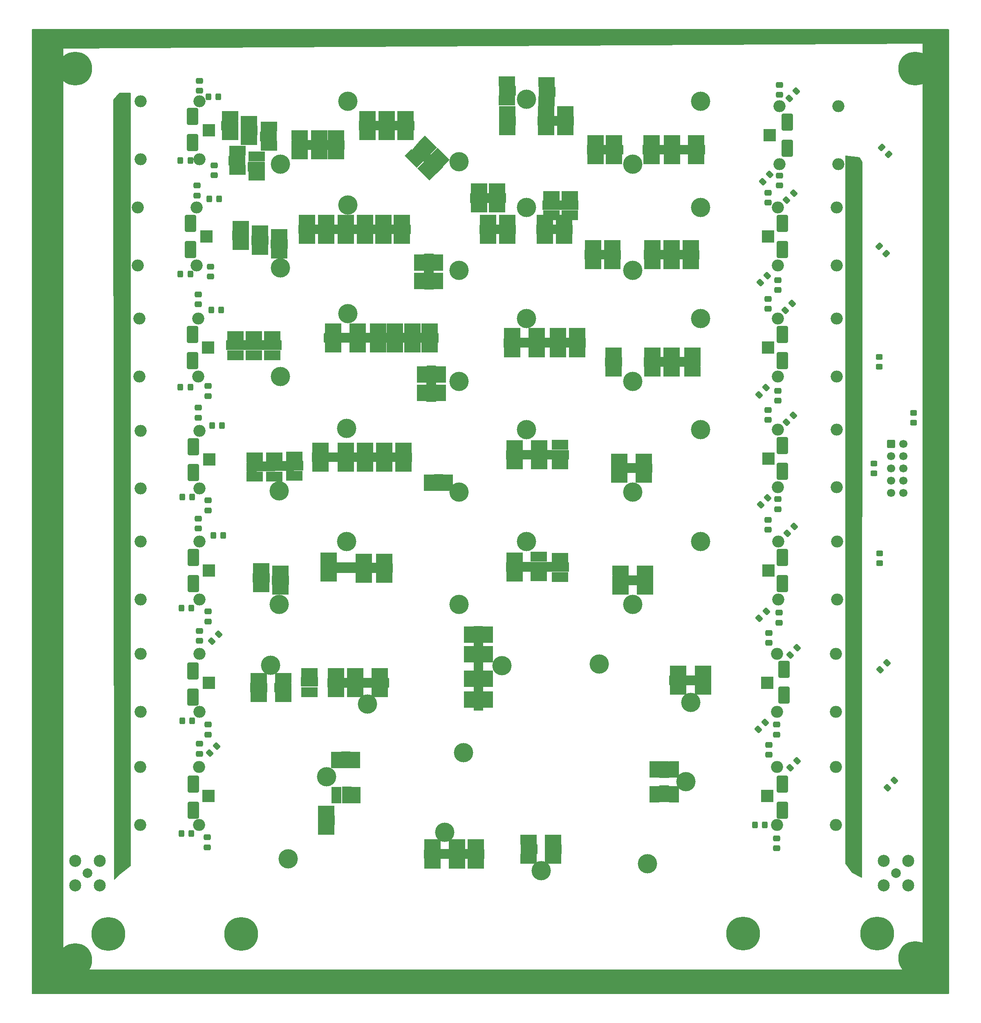
<source format=gbs>
G04 #@! TF.GenerationSoftware,KiCad,Pcbnew,8.0.4*
G04 #@! TF.CreationDate,2024-11-18T14:28:34+01:00*
G04 #@! TF.ProjectId,Zolotarev,5a6f6c6f-7461-4726-9576-2e6b69636164,rev?*
G04 #@! TF.SameCoordinates,Original*
G04 #@! TF.FileFunction,Soldermask,Bot*
G04 #@! TF.FilePolarity,Negative*
%FSLAX46Y46*%
G04 Gerber Fmt 4.6, Leading zero omitted, Abs format (unit mm)*
G04 Created by KiCad (PCBNEW 8.0.4) date 2024-11-18 14:28:34*
%MOMM*%
%LPD*%
G01*
G04 APERTURE LIST*
G04 Aperture macros list*
%AMRoundRect*
0 Rectangle with rounded corners*
0 $1 Rounding radius*
0 $2 $3 $4 $5 $6 $7 $8 $9 X,Y pos of 4 corners*
0 Add a 4 corners polygon primitive as box body*
4,1,4,$2,$3,$4,$5,$6,$7,$8,$9,$2,$3,0*
0 Add four circle primitives for the rounded corners*
1,1,$1+$1,$2,$3*
1,1,$1+$1,$4,$5*
1,1,$1+$1,$6,$7*
1,1,$1+$1,$8,$9*
0 Add four rect primitives between the rounded corners*
20,1,$1+$1,$2,$3,$4,$5,0*
20,1,$1+$1,$4,$5,$6,$7,0*
20,1,$1+$1,$6,$7,$8,$9,0*
20,1,$1+$1,$8,$9,$2,$3,0*%
%AMRotRect*
0 Rectangle, with rotation*
0 The origin of the aperture is its center*
0 $1 length*
0 $2 width*
0 $3 Rotation angle, in degrees counterclockwise*
0 Add horizontal line*
21,1,$1,$2,0,0,$3*%
G04 Aperture macros list end*
%ADD10C,0.800000*%
%ADD11C,7.000000*%
%ADD12R,2.500000X2.500000*%
%ADD13O,2.500000X2.500000*%
%ADD14C,4.000000*%
%ADD15C,1.998980*%
%ADD16C,2.499360*%
%ADD17RoundRect,0.250000X-0.600000X-0.600000X0.600000X-0.600000X0.600000X0.600000X-0.600000X0.600000X0*%
%ADD18C,1.700000*%
%ADD19R,3.500000X2.000000*%
%ADD20RoundRect,0.250000X-0.900000X1.500000X-0.900000X-1.500000X0.900000X-1.500000X0.900000X1.500000X0*%
%ADD21RoundRect,0.250000X0.900000X-1.500000X0.900000X1.500000X-0.900000X1.500000X-0.900000X-1.500000X0*%
%ADD22RoundRect,0.250000X0.088388X-0.548008X0.548008X-0.088388X-0.088388X0.548008X-0.548008X0.088388X0*%
%ADD23RoundRect,0.250000X0.475000X-0.337500X0.475000X0.337500X-0.475000X0.337500X-0.475000X-0.337500X0*%
%ADD24RoundRect,0.250000X-0.088388X0.548008X-0.548008X0.088388X0.088388X-0.548008X0.548008X-0.088388X0*%
%ADD25RoundRect,0.250000X-0.475000X0.337500X-0.475000X-0.337500X0.475000X-0.337500X0.475000X0.337500X0*%
%ADD26RoundRect,0.250000X-0.325000X-0.450000X0.325000X-0.450000X0.325000X0.450000X-0.325000X0.450000X0*%
%ADD27R,2.000000X3.500000*%
%ADD28RoundRect,0.250000X-0.450000X0.325000X-0.450000X-0.325000X0.450000X-0.325000X0.450000X0.325000X0*%
%ADD29RoundRect,0.250000X-0.548008X-0.088388X-0.088388X-0.548008X0.548008X0.088388X0.088388X0.548008X0*%
%ADD30RotRect,2.000000X3.500000X225.000000*%
%ADD31RoundRect,0.250000X0.548008X0.088388X0.088388X0.548008X-0.548008X-0.088388X-0.088388X-0.548008X0*%
%ADD32RoundRect,0.250000X0.450000X-0.325000X0.450000X0.325000X-0.450000X0.325000X-0.450000X-0.325000X0*%
G04 APERTURE END LIST*
D10*
X23250000Y-212625000D03*
X24018845Y-210768845D03*
X24018845Y-214481155D03*
X25875000Y-210000000D03*
D11*
X25875000Y-212625000D03*
D10*
X25875000Y-215250000D03*
X27731155Y-210768845D03*
X27731155Y-214481155D03*
X28500000Y-212625000D03*
X154750000Y-212500000D03*
X155518845Y-210643845D03*
X155518845Y-214356155D03*
X157375000Y-209875000D03*
D11*
X157375000Y-212500000D03*
D10*
X157375000Y-215125000D03*
X159231155Y-210643845D03*
X159231155Y-214356155D03*
X160000000Y-212500000D03*
X182500000Y-212500000D03*
X183268845Y-210643845D03*
X183268845Y-214356155D03*
X185125000Y-209875000D03*
D11*
X185125000Y-212500000D03*
D10*
X185125000Y-215125000D03*
X186981155Y-210643845D03*
X186981155Y-214356155D03*
X187750000Y-212500000D03*
X50750000Y-212625000D03*
X51518845Y-210768845D03*
X51518845Y-214481155D03*
X53375000Y-210000000D03*
D11*
X53375000Y-212625000D03*
D10*
X53375000Y-215250000D03*
X55231155Y-210768845D03*
X55231155Y-214481155D03*
X56000000Y-212625000D03*
D12*
X46500000Y-91000000D03*
D13*
X44500000Y-85000000D03*
X32300000Y-85000000D03*
X32300000Y-97000000D03*
X44500000Y-97000000D03*
D12*
X162550000Y-114000000D03*
D13*
X164550000Y-120000000D03*
X176750000Y-120000000D03*
X176750000Y-108000000D03*
X164550000Y-108000000D03*
D14*
X134500000Y-121000000D03*
X148500000Y-108000000D03*
D12*
X162500000Y-91000000D03*
D13*
X164500000Y-97000000D03*
X176700000Y-97000000D03*
X176700000Y-85000000D03*
X164500000Y-85000000D03*
D12*
X46700000Y-137250000D03*
D13*
X44700000Y-131250000D03*
X32500000Y-131250000D03*
X32500000Y-143250000D03*
X44700000Y-143250000D03*
D12*
X46627500Y-184000000D03*
D13*
X44627500Y-178000000D03*
X32427500Y-178000000D03*
X32427500Y-190000000D03*
X44627500Y-190000000D03*
D12*
X46700000Y-46000000D03*
D13*
X44700000Y-40000000D03*
X32500000Y-40000000D03*
X32500000Y-52000000D03*
X44700000Y-52000000D03*
D15*
X21540000Y-199960000D03*
D16*
X19000000Y-197420000D03*
X19000000Y-202500000D03*
X24080000Y-197420000D03*
X24080000Y-202500000D03*
D14*
X98500000Y-75000000D03*
X112500000Y-62000000D03*
X134500000Y-144250000D03*
X148500000Y-131250000D03*
X61250000Y-144250000D03*
X75250000Y-131250000D03*
D12*
X162622500Y-137250000D03*
D13*
X164622500Y-143250000D03*
X176822500Y-143250000D03*
X176822500Y-131250000D03*
X164622500Y-131250000D03*
D14*
X134500000Y-53000000D03*
X148500000Y-40000000D03*
X146500000Y-164595000D03*
X127500000Y-156595000D03*
D12*
X46127500Y-68000000D03*
D13*
X44127500Y-62000000D03*
X31927500Y-62000000D03*
X31927500Y-74000000D03*
X44127500Y-74000000D03*
D14*
X61500000Y-97000000D03*
X75500000Y-84000000D03*
D10*
X16375000Y-218000000D03*
X17143845Y-216143845D03*
X17143845Y-219856155D03*
X19000000Y-215375000D03*
D11*
X19000000Y-218000000D03*
D10*
X19000000Y-220625000D03*
X20856155Y-216143845D03*
X20856155Y-219856155D03*
X21625000Y-218000000D03*
D14*
X145500000Y-181000000D03*
X137500000Y-198000000D03*
X98500000Y-144250000D03*
X112500000Y-131250000D03*
X71095000Y-179973458D03*
X63095000Y-196973458D03*
X98500000Y-121000000D03*
X112500000Y-108000000D03*
X61500000Y-53000000D03*
X75500000Y-40000000D03*
D12*
X46700000Y-160500000D03*
D13*
X44700000Y-154500000D03*
X32500000Y-154500000D03*
X32500000Y-166500000D03*
X44700000Y-166500000D03*
D12*
X162500000Y-68000000D03*
D13*
X164500000Y-74000000D03*
X176700000Y-74000000D03*
X176700000Y-62000000D03*
X164500000Y-62000000D03*
D14*
X59500000Y-156905000D03*
X79500000Y-164905000D03*
X61250000Y-120750000D03*
X75250000Y-107750000D03*
D10*
X190375000Y-33143845D03*
X191143845Y-31287690D03*
X191143845Y-35000000D03*
X193000000Y-30518845D03*
D11*
X193000000Y-33143845D03*
D10*
X193000000Y-35768845D03*
X194856155Y-31287690D03*
X194856155Y-35000000D03*
X195625000Y-33143845D03*
D14*
X98500000Y-98000000D03*
X112500000Y-85000000D03*
X99405000Y-175000000D03*
X107405000Y-157000000D03*
D12*
X162872500Y-47000000D03*
D13*
X164872500Y-53000000D03*
X177072500Y-53000000D03*
X177072500Y-41000000D03*
X164872500Y-41000000D03*
D14*
X134500000Y-75000000D03*
X148500000Y-62000000D03*
D10*
X190375000Y-217625000D03*
X191143845Y-215768845D03*
X191143845Y-219481155D03*
X193000000Y-215000000D03*
D11*
X193000000Y-217625000D03*
D10*
X193000000Y-220250000D03*
X194856155Y-215768845D03*
X194856155Y-219481155D03*
X195625000Y-217625000D03*
D12*
X162372500Y-160500000D03*
D13*
X164372500Y-166500000D03*
X176572500Y-166500000D03*
X176572500Y-154500000D03*
X164372500Y-154500000D03*
D12*
X46750000Y-114250000D03*
D13*
X44750000Y-108250000D03*
X32550000Y-108250000D03*
X32550000Y-120250000D03*
X44750000Y-120250000D03*
D17*
X187960000Y-111000000D03*
D18*
X190500000Y-111000000D03*
X187960000Y-113540000D03*
X190500000Y-113540000D03*
X187960000Y-116080000D03*
X190500000Y-116080000D03*
X187960000Y-118620000D03*
X190500000Y-118620000D03*
X187960000Y-121160000D03*
X190500000Y-121160000D03*
D14*
X61500000Y-74500000D03*
X75500000Y-61500000D03*
D10*
X16375000Y-33143845D03*
X17143845Y-31287690D03*
X17143845Y-35000000D03*
X19000000Y-30518845D03*
D11*
X19000000Y-33143845D03*
D10*
X19000000Y-35768845D03*
X20856155Y-31287690D03*
X20856155Y-35000000D03*
X21625000Y-33143845D03*
D14*
X134500000Y-98000000D03*
X148500000Y-85000000D03*
D15*
X189000000Y-200000000D03*
D16*
X186460000Y-197460000D03*
X186460000Y-202540000D03*
X191540000Y-197460000D03*
X191540000Y-202540000D03*
D14*
X95500000Y-191500000D03*
X115500000Y-199500000D03*
D12*
X162372500Y-184000000D03*
D13*
X164372500Y-190000000D03*
X176572500Y-190000000D03*
X176572500Y-178000000D03*
X164372500Y-178000000D03*
D14*
X98500000Y-52500000D03*
X112500000Y-39500000D03*
D19*
X82096000Y-162500000D03*
X82096000Y-158500000D03*
D20*
X165800000Y-157700000D03*
X165800000Y-163100000D03*
D21*
X43300000Y-48500000D03*
X43300000Y-43100000D03*
D22*
X47275216Y-151924784D03*
X48724784Y-150475216D03*
D19*
X102600000Y-62000000D03*
X102600000Y-58000000D03*
X62096000Y-159500000D03*
X62096000Y-163500000D03*
D23*
X44500000Y-82075000D03*
X44500000Y-80000000D03*
D19*
X69500000Y-51000000D03*
X69500000Y-47000000D03*
X88800000Y-87000000D03*
X88800000Y-91000000D03*
D22*
X46875216Y-175124784D03*
X48324784Y-173675216D03*
D19*
X108500000Y-64500000D03*
X108500000Y-68500000D03*
X61500000Y-141250000D03*
X61500000Y-137250000D03*
X72404000Y-91000000D03*
X72404000Y-87000000D03*
X116500000Y-42000000D03*
X116500000Y-46000000D03*
D24*
X168524784Y-153275216D03*
X167075216Y-154724784D03*
D19*
X142500000Y-73750000D03*
X142500000Y-69750000D03*
D23*
X162500000Y-83000000D03*
X162500000Y-80925000D03*
D21*
X43500000Y-186900000D03*
X43500000Y-181500000D03*
D23*
X164900000Y-38637500D03*
X164900000Y-36562500D03*
D25*
X164900000Y-55362500D03*
X164900000Y-57437500D03*
D19*
X147600000Y-52000000D03*
X147600000Y-48000000D03*
D26*
X47575000Y-130000000D03*
X49625000Y-130000000D03*
D19*
X69750000Y-115750000D03*
X69750000Y-111750000D03*
X93000000Y-194000000D03*
X93000000Y-198000000D03*
D26*
X40775000Y-99200000D03*
X42825000Y-99200000D03*
D19*
X142500000Y-96000000D03*
X142500000Y-92000000D03*
D25*
X164500000Y-99962500D03*
X164500000Y-102037500D03*
D20*
X165500000Y-134550000D03*
X165500000Y-139950000D03*
D19*
X112904000Y-197000000D03*
X112904000Y-193000000D03*
X138500000Y-73750000D03*
X138500000Y-69750000D03*
X143904000Y-162000000D03*
X143904000Y-158000000D03*
X67500000Y-158500000D03*
X67500000Y-162500000D03*
X57000000Y-159500000D03*
X57000000Y-163500000D03*
D23*
X44750000Y-37787500D03*
X44750000Y-35712500D03*
D25*
X164500000Y-122462500D03*
X164500000Y-124537500D03*
D20*
X165500000Y-65300000D03*
X165500000Y-70700000D03*
X165500000Y-88300000D03*
X165500000Y-93700000D03*
D25*
X46300000Y-192562500D03*
X46300000Y-194637500D03*
D27*
X73000000Y-176500000D03*
X77000000Y-176500000D03*
D26*
X40775000Y-75800000D03*
X42825000Y-75800000D03*
D27*
X143000000Y-178500000D03*
X139000000Y-178500000D03*
D25*
X46500000Y-169162500D03*
X46500000Y-171237500D03*
D19*
X79500000Y-43000000D03*
X79500000Y-47000000D03*
X59800000Y-92600000D03*
X59800000Y-88600000D03*
X77500000Y-91000000D03*
X77500000Y-87000000D03*
X82800000Y-64500000D03*
X82800000Y-68500000D03*
X104500000Y-64500000D03*
X104500000Y-68500000D03*
X51100000Y-47000000D03*
X51100000Y-43000000D03*
D23*
X44500000Y-105537500D03*
X44500000Y-103462500D03*
D19*
X92400000Y-87000000D03*
X92400000Y-91000000D03*
D27*
X96200000Y-119000000D03*
X92199998Y-119000000D03*
D22*
X160675216Y-147124784D03*
X162124784Y-145675216D03*
D24*
X167524784Y-81875216D03*
X166075216Y-83324784D03*
D23*
X162500000Y-60977500D03*
X162500000Y-58902500D03*
D28*
X185500000Y-92950000D03*
X185500000Y-95000000D03*
D19*
X65500000Y-51000000D03*
X65500000Y-47000000D03*
D26*
X46775000Y-60200000D03*
X48825000Y-60200000D03*
D25*
X46500000Y-99000000D03*
X46500000Y-101075000D03*
D19*
X61250000Y-71500000D03*
X61250000Y-67500000D03*
X77000000Y-162500000D03*
X77000000Y-158500000D03*
X85200000Y-87000000D03*
X85200000Y-91000000D03*
X55000000Y-48000000D03*
X55000000Y-44000000D03*
D23*
X162500000Y-106037500D03*
X162500000Y-103962500D03*
D19*
X86600000Y-64500000D03*
X86600000Y-68500000D03*
X79000000Y-64500000D03*
X79000000Y-68500000D03*
D24*
X167800000Y-59000000D03*
X166350432Y-60449568D03*
D19*
X120500000Y-42000000D03*
X120500000Y-46000000D03*
X83000000Y-111750000D03*
X83000000Y-115750000D03*
D22*
X161000000Y-123600000D03*
X162449568Y-122150432D03*
D19*
X115000000Y-134400000D03*
X115000000Y-138400000D03*
D22*
X161400000Y-56600000D03*
X162849568Y-55150432D03*
D19*
X109500000Y-88000000D03*
X109500000Y-92000000D03*
D27*
X94800000Y-100400000D03*
X90800000Y-100400000D03*
X143000000Y-183596000D03*
X139000000Y-183596000D03*
D19*
X75000000Y-111750000D03*
X75000000Y-115750000D03*
X130500000Y-96000000D03*
X130500000Y-92000000D03*
D25*
X46500000Y-122712500D03*
X46500000Y-124787500D03*
D19*
X83000000Y-134750000D03*
X83000000Y-138750000D03*
X117600000Y-63600000D03*
X117600000Y-59600000D03*
D26*
X41175000Y-122000000D03*
X43225000Y-122000000D03*
D19*
X67000000Y-68500000D03*
X67000000Y-64500000D03*
X83500000Y-43000000D03*
X83500000Y-47000000D03*
X118000000Y-197000000D03*
X118000000Y-193000000D03*
D24*
X167924784Y-128075216D03*
X166475216Y-129524784D03*
D19*
X137000000Y-141250000D03*
X137000000Y-137250000D03*
D27*
X94200000Y-73400000D03*
X90199998Y-73400000D03*
D19*
X71000000Y-68500000D03*
X71000000Y-64500000D03*
X146800000Y-96000000D03*
X146800000Y-92000000D03*
X98096000Y-194000000D03*
X98096000Y-198000000D03*
X73000000Y-51000000D03*
X73000000Y-47000000D03*
D24*
X168324784Y-37875216D03*
X166875216Y-39324784D03*
D27*
X104500000Y-164000000D03*
X100500000Y-164000000D03*
X73102000Y-183823000D03*
X77102000Y-183823000D03*
X104500000Y-154596000D03*
X100500000Y-154596000D03*
D19*
X64400000Y-117600000D03*
X64400000Y-113600000D03*
X119400000Y-134600000D03*
X119400000Y-138600000D03*
D25*
X164300000Y-169162500D03*
X164300000Y-171237500D03*
X164300000Y-192762500D03*
X164300000Y-194837500D03*
D19*
X56600000Y-51400000D03*
X56600000Y-55400000D03*
X119400000Y-111200000D03*
X119400000Y-115200000D03*
X56200000Y-117800000D03*
X56200000Y-113800000D03*
D29*
X185550432Y-70050432D03*
X187000000Y-71500000D03*
D19*
X149000000Y-162000000D03*
X149000000Y-158000000D03*
D24*
X167724784Y-105075216D03*
X166275216Y-106524784D03*
D19*
X73000000Y-162500000D03*
X73000000Y-158500000D03*
X59100000Y-49200000D03*
X59100000Y-45200000D03*
X121400000Y-63600000D03*
X121400000Y-59600000D03*
X126800000Y-52000000D03*
X126800000Y-48000000D03*
D21*
X43400000Y-163500000D03*
X43400000Y-158100000D03*
D19*
X110000000Y-134500000D03*
X110000000Y-138500000D03*
X115096000Y-111250000D03*
X115096000Y-115250000D03*
D26*
X40975000Y-145000000D03*
X43025000Y-145000000D03*
D22*
X160875216Y-77524784D03*
X162324784Y-76075216D03*
D19*
X71500000Y-138500000D03*
X71500000Y-134500000D03*
X52200000Y-92600000D03*
X52200000Y-88600000D03*
X116600000Y-40000000D03*
X116600000Y-36000000D03*
X119000000Y-88000000D03*
X119000000Y-92000000D03*
X78750000Y-134750000D03*
X78750000Y-138750000D03*
X138400000Y-52000000D03*
X138400000Y-48000000D03*
D25*
X164750000Y-145962500D03*
X164750000Y-148037500D03*
D23*
X162700000Y-175437500D03*
X162700000Y-173362500D03*
X44250000Y-59500000D03*
X44250000Y-57425000D03*
D19*
X87000000Y-111750000D03*
X87000000Y-115750000D03*
X126250000Y-73750000D03*
X126250000Y-69750000D03*
X75000000Y-68500000D03*
X75000000Y-64500000D03*
D21*
X42900000Y-70700000D03*
X42900000Y-65300000D03*
D19*
X106400000Y-62000000D03*
X106400000Y-58000000D03*
D30*
X94614214Y-51585786D03*
X91785786Y-54414214D03*
D23*
X44700000Y-175237500D03*
X44700000Y-173162500D03*
D19*
X130250000Y-73750000D03*
X130250000Y-69750000D03*
X60200000Y-117800000D03*
X60200000Y-113800000D03*
D20*
X166500000Y-44300000D03*
X166500000Y-49700000D03*
D19*
X131654000Y-118000000D03*
X131654000Y-114000000D03*
X138500000Y-96000000D03*
X138500000Y-92000000D03*
D31*
X187500000Y-51000000D03*
X186050432Y-49550432D03*
D23*
X162500000Y-128787500D03*
X162500000Y-126712500D03*
D26*
X159775000Y-190000000D03*
X161825000Y-190000000D03*
D19*
X52600000Y-50200000D03*
X52600000Y-54200000D03*
X116250000Y-64500000D03*
X116250000Y-68500000D03*
D20*
X165500000Y-111300000D03*
X165500000Y-116700000D03*
D19*
X108400000Y-39800000D03*
X108400000Y-35800000D03*
D26*
X40775000Y-52200000D03*
X42825000Y-52200000D03*
D24*
X188700000Y-180800000D03*
X187250432Y-182249568D03*
D25*
X46500000Y-145712500D03*
X46500000Y-147787500D03*
D26*
X47375000Y-107200000D03*
X49425000Y-107200000D03*
D19*
X57500000Y-140750000D03*
X57500000Y-136750000D03*
D32*
X185600000Y-135725000D03*
X185600000Y-133675000D03*
D19*
X110000000Y-111250000D03*
X110000000Y-115250000D03*
X102000000Y-194000000D03*
X102000000Y-198000000D03*
D23*
X162700000Y-152237500D03*
X162700000Y-150162500D03*
D22*
X185675216Y-157824784D03*
X187124784Y-156375216D03*
D19*
X57250000Y-70750000D03*
X57250000Y-66750000D03*
D22*
X160475216Y-170200000D03*
X161924784Y-168750432D03*
X160600000Y-100800000D03*
X162049568Y-99350432D03*
D23*
X44700000Y-151837500D03*
X44700000Y-149762500D03*
D19*
X130600000Y-52000000D03*
X130600000Y-48000000D03*
X53250000Y-69750000D03*
X53250000Y-65750000D03*
X120250000Y-64500000D03*
X120250000Y-68500000D03*
X79000000Y-111750000D03*
X79000000Y-115750000D03*
D24*
X168524784Y-176675216D03*
X167075216Y-178124784D03*
D21*
X43500000Y-139950000D03*
X43500000Y-134550000D03*
D20*
X165500000Y-181500000D03*
X165500000Y-186900000D03*
D21*
X43500000Y-116950000D03*
X43500000Y-111550000D03*
D32*
X192600000Y-106624999D03*
X192600000Y-104575001D03*
D26*
X46600000Y-39000000D03*
X48650000Y-39000000D03*
D28*
X184400000Y-115075000D03*
X184400000Y-117125000D03*
D26*
X40975000Y-191800000D03*
X43025000Y-191800000D03*
D19*
X131904000Y-141250000D03*
X131904000Y-137250000D03*
D21*
X43300000Y-93700000D03*
X43300000Y-88300000D03*
D19*
X146500000Y-73750000D03*
X146500000Y-69750000D03*
X142600000Y-52000000D03*
X142600000Y-48000000D03*
X108500000Y-42000000D03*
X108500000Y-46000000D03*
D30*
X92000000Y-49000000D03*
X89171572Y-51828428D03*
D27*
X94800001Y-96600000D03*
X90799999Y-96600000D03*
D25*
X164500000Y-77000000D03*
X164500000Y-79075000D03*
X47750000Y-53212500D03*
X47750000Y-55287500D03*
D27*
X94200000Y-77200000D03*
X90200000Y-77200000D03*
D23*
X44500000Y-128537500D03*
X44500000Y-126462500D03*
D19*
X114596000Y-88000000D03*
X114596000Y-92000000D03*
D26*
X47175000Y-83200000D03*
X49225000Y-83200000D03*
D19*
X81750000Y-87000000D03*
X81750000Y-91000000D03*
D26*
X41175000Y-168400000D03*
X43225000Y-168400000D03*
D19*
X123000000Y-88000000D03*
X123000000Y-92000000D03*
X56000000Y-92600000D03*
X56000000Y-88600000D03*
X87400000Y-43000000D03*
X87400000Y-47000000D03*
D27*
X104500000Y-150500000D03*
X100500000Y-150500000D03*
D19*
X136750000Y-118000000D03*
X136750000Y-114000000D03*
D27*
X104500000Y-159692000D03*
X100500000Y-159692000D03*
D25*
X47000000Y-74212500D03*
X47000000Y-76287500D03*
D19*
X71000000Y-187000000D03*
X71000000Y-191000000D03*
G36*
X16693039Y-25019685D02*
G01*
X16738794Y-25072489D01*
X16750000Y-25124000D01*
X16750000Y-28875289D01*
X16730315Y-28942328D01*
X16677511Y-28988083D01*
X16626697Y-28999287D01*
X16500000Y-28999999D01*
X16500000Y-220000000D01*
X194500000Y-220000000D01*
X194500000Y-27999999D01*
X194374696Y-28000703D01*
X194307547Y-27981395D01*
X194261497Y-27928849D01*
X194250000Y-27876705D01*
X194250000Y-25124000D01*
X194269685Y-25056961D01*
X194322489Y-25011206D01*
X194374000Y-25000000D01*
X199876000Y-25000000D01*
X199943039Y-25019685D01*
X199988794Y-25072489D01*
X200000000Y-25124000D01*
X200000000Y-224876000D01*
X199980315Y-224943039D01*
X199927511Y-224988794D01*
X199876000Y-225000000D01*
X10124000Y-225000000D01*
X10056961Y-224980315D01*
X10011206Y-224927511D01*
X10000000Y-224876000D01*
X10000000Y-25124000D01*
X10019685Y-25056961D01*
X10072489Y-25011206D01*
X10124000Y-25000000D01*
X16626000Y-25000000D01*
X16693039Y-25019685D01*
G37*
G36*
X194693039Y-25019685D02*
G01*
X194738794Y-25072489D01*
X194750000Y-25124000D01*
X194750000Y-27987789D01*
X194747617Y-28011982D01*
X194745617Y-28022036D01*
X194713231Y-28083946D01*
X194652515Y-28118520D01*
X194582746Y-28114779D01*
X194526074Y-28073912D01*
X194500493Y-28008894D01*
X194500100Y-28000099D01*
X194500000Y-27999999D01*
X16500000Y-28999999D01*
X16499410Y-29000592D01*
X16480315Y-29065624D01*
X16427511Y-29111379D01*
X16358353Y-29121323D01*
X16294797Y-29092298D01*
X16257023Y-29033520D01*
X16254520Y-29023458D01*
X16252520Y-29013690D01*
X16250000Y-28988817D01*
X16250000Y-25124000D01*
X16269685Y-25056961D01*
X16322489Y-25011206D01*
X16374000Y-25000000D01*
X194626000Y-25000000D01*
X194693039Y-25019685D01*
G37*
G36*
X30443039Y-38219685D02*
G01*
X30488794Y-38272489D01*
X30500000Y-38324000D01*
X30500000Y-198440402D01*
X30480315Y-198507441D01*
X30453462Y-198537230D01*
X27999998Y-200500001D01*
X27999991Y-200500007D01*
X27211497Y-201288502D01*
X27150174Y-201321987D01*
X27080482Y-201317003D01*
X27024549Y-201275131D01*
X27000132Y-201209667D01*
X26999816Y-201200897D01*
X26900516Y-39645899D01*
X26920159Y-39578848D01*
X26930352Y-39565144D01*
X28062883Y-38243321D01*
X28121450Y-38205219D01*
X28157047Y-38200000D01*
X30376000Y-38200000D01*
X30443039Y-38219685D01*
G37*
G36*
X178708722Y-51201246D02*
G01*
X181441573Y-51591653D01*
X181505155Y-51620621D01*
X181530366Y-51650610D01*
X182082305Y-52570509D01*
X182099976Y-52634390D01*
X182000135Y-200799515D01*
X181980405Y-200866541D01*
X181927570Y-200912260D01*
X181858405Y-200922157D01*
X181820681Y-200910340D01*
X180026182Y-200013091D01*
X179982436Y-199976582D01*
X178524800Y-198033066D01*
X178500324Y-197967624D01*
X178500000Y-197958666D01*
X178500000Y-51324000D01*
X178519685Y-51256961D01*
X178572489Y-51211206D01*
X178624000Y-51200000D01*
X178691186Y-51200000D01*
X178708722Y-51201246D01*
G37*
G36*
X103443039Y-148769685D02*
G01*
X103488794Y-148822489D01*
X103500000Y-148874000D01*
X103500000Y-166126000D01*
X103480315Y-166193039D01*
X103427511Y-166238794D01*
X103376000Y-166250000D01*
X101624000Y-166250000D01*
X101556961Y-166230315D01*
X101511206Y-166177511D01*
X101500000Y-166126000D01*
X101500000Y-148874000D01*
X101519685Y-148806961D01*
X101572489Y-148761206D01*
X101624000Y-148750000D01*
X103376000Y-148750000D01*
X103443039Y-148769685D01*
G37*
G36*
X122193039Y-43019685D02*
G01*
X122238794Y-43072489D01*
X122250000Y-43124000D01*
X122250000Y-44876000D01*
X122230315Y-44943039D01*
X122177511Y-44988794D01*
X122126000Y-45000000D01*
X114874000Y-45000000D01*
X114806961Y-44980315D01*
X114761206Y-44927511D01*
X114750000Y-44876000D01*
X114750000Y-43124000D01*
X114769685Y-43056961D01*
X114822489Y-43011206D01*
X114874000Y-43000000D01*
X122126000Y-43000000D01*
X122193039Y-43019685D01*
G37*
G36*
X132443039Y-49019685D02*
G01*
X132488794Y-49072489D01*
X132500000Y-49124000D01*
X132500000Y-50876000D01*
X132480315Y-50943039D01*
X132427511Y-50988794D01*
X132376000Y-51000000D01*
X125124000Y-51000000D01*
X125056961Y-50980315D01*
X125011206Y-50927511D01*
X125000000Y-50876000D01*
X125000000Y-49124000D01*
X125019685Y-49056961D01*
X125072489Y-49011206D01*
X125124000Y-49000000D01*
X132376000Y-49000000D01*
X132443039Y-49019685D01*
G37*
G36*
X149443039Y-49019685D02*
G01*
X149488794Y-49072489D01*
X149500000Y-49124000D01*
X149500000Y-50876000D01*
X149480315Y-50943039D01*
X149427511Y-50988794D01*
X149376000Y-51000000D01*
X136624000Y-51000000D01*
X136556961Y-50980315D01*
X136511206Y-50927511D01*
X136500000Y-50876000D01*
X136500000Y-49124000D01*
X136519685Y-49056961D01*
X136572489Y-49011206D01*
X136624000Y-49000000D01*
X149376000Y-49000000D01*
X149443039Y-49019685D01*
G37*
G36*
X89193039Y-44019685D02*
G01*
X89238794Y-44072489D01*
X89250000Y-44124000D01*
X89250000Y-45876000D01*
X89230315Y-45943039D01*
X89177511Y-45988794D01*
X89126000Y-46000000D01*
X77874000Y-46000000D01*
X77806961Y-45980315D01*
X77761206Y-45927511D01*
X77750000Y-45876000D01*
X77750000Y-44124000D01*
X77769685Y-44056961D01*
X77822489Y-44011206D01*
X77874000Y-44000000D01*
X89126000Y-44000000D01*
X89193039Y-44019685D01*
G37*
G36*
X74693039Y-48019685D02*
G01*
X74738794Y-48072489D01*
X74750000Y-48124000D01*
X74750000Y-49876000D01*
X74730315Y-49943039D01*
X74677511Y-49988794D01*
X74626000Y-50000000D01*
X63874000Y-50000000D01*
X63806961Y-49980315D01*
X63761206Y-49927511D01*
X63750000Y-49876000D01*
X63750000Y-48124000D01*
X63769685Y-48056961D01*
X63822489Y-48011206D01*
X63874000Y-48000000D01*
X74626000Y-48000000D01*
X74693039Y-48019685D01*
G37*
G36*
X88443039Y-65519685D02*
G01*
X88488794Y-65572489D01*
X88500000Y-65624000D01*
X88500000Y-67376000D01*
X88480315Y-67443039D01*
X88427511Y-67488794D01*
X88376000Y-67500000D01*
X65374000Y-67500000D01*
X65306961Y-67480315D01*
X65261206Y-67427511D01*
X65250000Y-67376000D01*
X65250000Y-65624000D01*
X65269685Y-65556961D01*
X65322489Y-65511206D01*
X65374000Y-65500000D01*
X88376000Y-65500000D01*
X88443039Y-65519685D01*
G37*
G36*
X93193039Y-71519685D02*
G01*
X93238794Y-71572489D01*
X93250000Y-71624000D01*
X93250000Y-78876000D01*
X93230315Y-78943039D01*
X93177511Y-78988794D01*
X93126000Y-79000000D01*
X91374000Y-79000000D01*
X91306961Y-78980315D01*
X91261206Y-78927511D01*
X91250000Y-78876000D01*
X91250000Y-71624000D01*
X91269685Y-71556961D01*
X91322489Y-71511206D01*
X91374000Y-71500000D01*
X93126000Y-71500000D01*
X93193039Y-71519685D01*
G37*
G36*
X110193039Y-65519685D02*
G01*
X110238794Y-65572489D01*
X110250000Y-65624000D01*
X110250000Y-67376000D01*
X110230315Y-67443039D01*
X110177511Y-67488794D01*
X110126000Y-67500000D01*
X102874000Y-67500000D01*
X102806961Y-67480315D01*
X102761206Y-67427511D01*
X102750000Y-67376000D01*
X102750000Y-65624000D01*
X102769685Y-65556961D01*
X102822489Y-65511206D01*
X102874000Y-65500000D01*
X110126000Y-65500000D01*
X110193039Y-65519685D01*
G37*
G36*
X108193039Y-59019685D02*
G01*
X108238794Y-59072489D01*
X108250000Y-59124000D01*
X108250000Y-60876000D01*
X108230315Y-60943039D01*
X108177511Y-60988794D01*
X108126000Y-61000000D01*
X100874000Y-61000000D01*
X100806961Y-60980315D01*
X100761206Y-60927511D01*
X100750000Y-60876000D01*
X100750000Y-59124000D01*
X100769685Y-59056961D01*
X100822489Y-59011206D01*
X100874000Y-59000000D01*
X108126000Y-59000000D01*
X108193039Y-59019685D01*
G37*
G36*
X123193039Y-60519685D02*
G01*
X123238794Y-60572489D01*
X123250000Y-60624000D01*
X123250000Y-62376000D01*
X123230315Y-62443039D01*
X123177511Y-62488794D01*
X123126000Y-62500000D01*
X115874000Y-62500000D01*
X115806961Y-62480315D01*
X115761206Y-62427511D01*
X115750000Y-62376000D01*
X115750000Y-60624000D01*
X115769685Y-60556961D01*
X115822489Y-60511206D01*
X115874000Y-60500000D01*
X123126000Y-60500000D01*
X123193039Y-60519685D01*
G37*
G36*
X121943039Y-65519685D02*
G01*
X121988794Y-65572489D01*
X122000000Y-65624000D01*
X122000000Y-67376000D01*
X121980315Y-67443039D01*
X121927511Y-67488794D01*
X121876000Y-67500000D01*
X114624000Y-67500000D01*
X114556961Y-67480315D01*
X114511206Y-67427511D01*
X114500000Y-67376000D01*
X114500000Y-65624000D01*
X114519685Y-65556961D01*
X114572489Y-65511206D01*
X114624000Y-65500000D01*
X121876000Y-65500000D01*
X121943039Y-65519685D01*
G37*
G36*
X131943039Y-70769685D02*
G01*
X131988794Y-70822489D01*
X132000000Y-70874000D01*
X132000000Y-72626000D01*
X131980315Y-72693039D01*
X131927511Y-72738794D01*
X131876000Y-72750000D01*
X124624000Y-72750000D01*
X124556961Y-72730315D01*
X124511206Y-72677511D01*
X124500000Y-72626000D01*
X124500000Y-70874000D01*
X124519685Y-70806961D01*
X124572489Y-70761206D01*
X124624000Y-70750000D01*
X131876000Y-70750000D01*
X131943039Y-70769685D01*
G37*
G36*
X148193039Y-70769685D02*
G01*
X148238794Y-70822489D01*
X148250000Y-70874000D01*
X148250000Y-72626000D01*
X148230315Y-72693039D01*
X148177511Y-72738794D01*
X148126000Y-72750000D01*
X136874000Y-72750000D01*
X136806961Y-72730315D01*
X136761206Y-72677511D01*
X136750000Y-72626000D01*
X136750000Y-70874000D01*
X136769685Y-70806961D01*
X136822489Y-70761206D01*
X136874000Y-70750000D01*
X148126000Y-70750000D01*
X148193039Y-70769685D01*
G37*
G36*
X124693039Y-89019685D02*
G01*
X124738794Y-89072489D01*
X124750000Y-89124000D01*
X124750000Y-90876000D01*
X124730315Y-90943039D01*
X124677511Y-90988794D01*
X124626000Y-91000000D01*
X107874000Y-91000000D01*
X107806961Y-90980315D01*
X107761206Y-90927511D01*
X107750000Y-90876000D01*
X107750000Y-89124000D01*
X107769685Y-89056961D01*
X107822489Y-89011206D01*
X107874000Y-89000000D01*
X124626000Y-89000000D01*
X124693039Y-89019685D01*
G37*
G36*
X148443039Y-93019685D02*
G01*
X148488794Y-93072489D01*
X148500000Y-93124000D01*
X148500000Y-94876000D01*
X148480315Y-94943039D01*
X148427511Y-94988794D01*
X148376000Y-95000000D01*
X136874000Y-95000000D01*
X136806961Y-94980315D01*
X136761206Y-94927511D01*
X136750000Y-94876000D01*
X136750000Y-93124000D01*
X136769685Y-93056961D01*
X136822489Y-93011206D01*
X136874000Y-93000000D01*
X148376000Y-93000000D01*
X148443039Y-93019685D01*
G37*
G36*
X93693039Y-94769685D02*
G01*
X93738794Y-94822489D01*
X93750000Y-94874000D01*
X93750000Y-102126000D01*
X93730315Y-102193039D01*
X93677511Y-102238794D01*
X93626000Y-102250000D01*
X91874000Y-102250000D01*
X91806961Y-102230315D01*
X91761206Y-102177511D01*
X91750000Y-102126000D01*
X91750000Y-94874000D01*
X91769685Y-94806961D01*
X91822489Y-94761206D01*
X91874000Y-94750000D01*
X93626000Y-94750000D01*
X93693039Y-94769685D01*
G37*
G36*
X94193039Y-88019685D02*
G01*
X94238794Y-88072489D01*
X94250000Y-88124000D01*
X94250000Y-89876000D01*
X94230315Y-89943039D01*
X94177511Y-89988794D01*
X94126000Y-90000000D01*
X70624000Y-90000000D01*
X70556961Y-89980315D01*
X70511206Y-89927511D01*
X70500000Y-89876000D01*
X70500000Y-88124000D01*
X70519685Y-88056961D01*
X70572489Y-88011206D01*
X70624000Y-88000000D01*
X94126000Y-88000000D01*
X94193039Y-88019685D01*
G37*
G36*
X61693039Y-89519685D02*
G01*
X61738794Y-89572489D01*
X61750000Y-89624000D01*
X61750000Y-91376000D01*
X61730315Y-91443039D01*
X61677511Y-91488794D01*
X61626000Y-91500000D01*
X50374000Y-91500000D01*
X50306961Y-91480315D01*
X50261206Y-91427511D01*
X50250000Y-91376000D01*
X50250000Y-89624000D01*
X50269685Y-89556961D01*
X50322489Y-89511206D01*
X50374000Y-89500000D01*
X61626000Y-89500000D01*
X61693039Y-89519685D01*
G37*
G36*
X150693039Y-159019685D02*
G01*
X150738794Y-159072489D01*
X150750000Y-159124000D01*
X150750000Y-160876000D01*
X150730315Y-160943039D01*
X150677511Y-160988794D01*
X150626000Y-161000000D01*
X142124000Y-161000000D01*
X142056961Y-160980315D01*
X142011206Y-160927511D01*
X142000000Y-160876000D01*
X142000000Y-159124000D01*
X142019685Y-159056961D01*
X142072489Y-159011206D01*
X142124000Y-159000000D01*
X150626000Y-159000000D01*
X150693039Y-159019685D01*
G37*
G36*
X52693039Y-44019685D02*
G01*
X52738794Y-44072489D01*
X52750000Y-44124000D01*
X52750000Y-45876000D01*
X52730315Y-45943039D01*
X52677511Y-45988794D01*
X52626000Y-46000000D01*
X49374000Y-46000000D01*
X49306961Y-45980315D01*
X49261206Y-45927511D01*
X49250000Y-45876000D01*
X49250000Y-44124000D01*
X49269685Y-44056961D01*
X49322489Y-44011206D01*
X49374000Y-44000000D01*
X52626000Y-44000000D01*
X52693039Y-44019685D01*
G37*
G36*
X56693039Y-45019685D02*
G01*
X56738794Y-45072489D01*
X56750000Y-45124000D01*
X56750000Y-46876000D01*
X56730315Y-46943039D01*
X56677511Y-46988794D01*
X56626000Y-47000000D01*
X53374000Y-47000000D01*
X53306961Y-46980315D01*
X53261206Y-46927511D01*
X53250000Y-46876000D01*
X53250000Y-45124000D01*
X53269685Y-45056961D01*
X53322489Y-45011206D01*
X53374000Y-45000000D01*
X56626000Y-45000000D01*
X56693039Y-45019685D01*
G37*
G36*
X60693039Y-46269685D02*
G01*
X60738794Y-46322489D01*
X60750000Y-46374000D01*
X60750000Y-48126000D01*
X60730315Y-48193039D01*
X60677511Y-48238794D01*
X60626000Y-48250000D01*
X57374000Y-48250000D01*
X57306961Y-48230315D01*
X57261206Y-48177511D01*
X57250000Y-48126000D01*
X57250000Y-46374000D01*
X57269685Y-46306961D01*
X57322489Y-46261206D01*
X57374000Y-46250000D01*
X60626000Y-46250000D01*
X60693039Y-46269685D01*
G37*
G36*
X54193039Y-51269685D02*
G01*
X54238794Y-51322489D01*
X54250000Y-51374000D01*
X54250000Y-53126000D01*
X54230315Y-53193039D01*
X54177511Y-53238794D01*
X54126000Y-53250000D01*
X50874000Y-53250000D01*
X50806961Y-53230315D01*
X50761206Y-53177511D01*
X50750000Y-53126000D01*
X50750000Y-51374000D01*
X50769685Y-51306961D01*
X50822489Y-51261206D01*
X50874000Y-51250000D01*
X54126000Y-51250000D01*
X54193039Y-51269685D01*
G37*
G36*
X58193039Y-52519685D02*
G01*
X58238794Y-52572489D01*
X58250000Y-52624000D01*
X58250000Y-54376000D01*
X58230315Y-54443039D01*
X58177511Y-54488794D01*
X58126000Y-54500000D01*
X54874000Y-54500000D01*
X54806961Y-54480315D01*
X54761206Y-54427511D01*
X54750000Y-54376000D01*
X54750000Y-52624000D01*
X54769685Y-52556961D01*
X54822489Y-52511206D01*
X54874000Y-52500000D01*
X58126000Y-52500000D01*
X58193039Y-52519685D01*
G37*
G36*
X54943039Y-66769685D02*
G01*
X54988794Y-66822489D01*
X55000000Y-66874000D01*
X55000000Y-68626000D01*
X54980315Y-68693039D01*
X54927511Y-68738794D01*
X54876000Y-68750000D01*
X51624000Y-68750000D01*
X51556961Y-68730315D01*
X51511206Y-68677511D01*
X51500000Y-68626000D01*
X51500000Y-66874000D01*
X51519685Y-66806961D01*
X51572489Y-66761206D01*
X51624000Y-66750000D01*
X54876000Y-66750000D01*
X54943039Y-66769685D01*
G37*
G36*
X58943039Y-67769685D02*
G01*
X58988794Y-67822489D01*
X59000000Y-67874000D01*
X59000000Y-69626000D01*
X58980315Y-69693039D01*
X58927511Y-69738794D01*
X58876000Y-69750000D01*
X55624000Y-69750000D01*
X55556961Y-69730315D01*
X55511206Y-69677511D01*
X55500000Y-69626000D01*
X55500000Y-67874000D01*
X55519685Y-67806961D01*
X55572489Y-67761206D01*
X55624000Y-67750000D01*
X58876000Y-67750000D01*
X58943039Y-67769685D01*
G37*
G36*
X62943039Y-68519685D02*
G01*
X62988794Y-68572489D01*
X63000000Y-68624000D01*
X63000000Y-70376000D01*
X62980315Y-70443039D01*
X62927511Y-70488794D01*
X62876000Y-70500000D01*
X59624000Y-70500000D01*
X59556961Y-70480315D01*
X59511206Y-70427511D01*
X59500000Y-70376000D01*
X59500000Y-68624000D01*
X59519685Y-68556961D01*
X59572489Y-68511206D01*
X59624000Y-68500000D01*
X62876000Y-68500000D01*
X62943039Y-68519685D01*
G37*
G36*
X95193039Y-117269685D02*
G01*
X95238794Y-117322489D01*
X95250000Y-117374000D01*
X95250000Y-120626000D01*
X95230315Y-120693039D01*
X95177511Y-120738794D01*
X95126000Y-120750000D01*
X93374000Y-120750000D01*
X93306961Y-120730315D01*
X93261206Y-120677511D01*
X93250000Y-120626000D01*
X93250000Y-117374000D01*
X93269685Y-117306961D01*
X93322489Y-117261206D01*
X93374000Y-117250000D01*
X95126000Y-117250000D01*
X95193039Y-117269685D01*
G37*
G36*
X72693039Y-188019685D02*
G01*
X72738794Y-188072489D01*
X72750000Y-188124000D01*
X72750000Y-189876000D01*
X72730315Y-189943039D01*
X72677511Y-189988794D01*
X72626000Y-190000000D01*
X69374000Y-190000000D01*
X69306961Y-189980315D01*
X69261206Y-189927511D01*
X69250000Y-189876000D01*
X69250000Y-188124000D01*
X69269685Y-188056961D01*
X69322489Y-188011206D01*
X69374000Y-188000000D01*
X72626000Y-188000000D01*
X72693039Y-188019685D01*
G37*
G36*
X63193039Y-138269685D02*
G01*
X63238794Y-138322489D01*
X63250000Y-138374000D01*
X63250000Y-140126000D01*
X63230315Y-140193039D01*
X63177511Y-140238794D01*
X63126000Y-140250000D01*
X59874000Y-140250000D01*
X59806961Y-140230315D01*
X59761206Y-140177511D01*
X59750000Y-140126000D01*
X59750000Y-138374000D01*
X59769685Y-138306961D01*
X59822489Y-138261206D01*
X59874000Y-138250000D01*
X63126000Y-138250000D01*
X63193039Y-138269685D01*
G37*
G36*
X59193039Y-137769685D02*
G01*
X59238794Y-137822489D01*
X59250000Y-137874000D01*
X59250000Y-139626000D01*
X59230315Y-139693039D01*
X59177511Y-139738794D01*
X59126000Y-139750000D01*
X55874000Y-139750000D01*
X55806961Y-139730315D01*
X55761206Y-139677511D01*
X55750000Y-139626000D01*
X55750000Y-137874000D01*
X55769685Y-137806961D01*
X55822489Y-137761206D01*
X55874000Y-137750000D01*
X59126000Y-137750000D01*
X59193039Y-137769685D01*
G37*
G36*
X132193039Y-93019685D02*
G01*
X132238794Y-93072489D01*
X132250000Y-93124000D01*
X132250000Y-94876000D01*
X132230315Y-94943039D01*
X132177511Y-94988794D01*
X132126000Y-95000000D01*
X128874000Y-95000000D01*
X128806961Y-94980315D01*
X128761206Y-94927511D01*
X128750000Y-94876000D01*
X128750000Y-93124000D01*
X128769685Y-93056961D01*
X128822489Y-93011206D01*
X128874000Y-93000000D01*
X132126000Y-93000000D01*
X132193039Y-93019685D01*
G37*
G36*
X110193039Y-36769685D02*
G01*
X110238794Y-36822489D01*
X110250000Y-36874000D01*
X110250000Y-38626000D01*
X110230315Y-38693039D01*
X110177511Y-38738794D01*
X110126000Y-38750000D01*
X106874000Y-38750000D01*
X106806961Y-38730315D01*
X106761206Y-38677511D01*
X106750000Y-38626000D01*
X106750000Y-36874000D01*
X106769685Y-36806961D01*
X106822489Y-36761206D01*
X106874000Y-36750000D01*
X110126000Y-36750000D01*
X110193039Y-36769685D01*
G37*
G36*
X118443039Y-37019685D02*
G01*
X118488794Y-37072489D01*
X118500000Y-37124000D01*
X118500000Y-38876000D01*
X118480315Y-38943039D01*
X118427511Y-38988794D01*
X118376000Y-39000000D01*
X115124000Y-39000000D01*
X115056961Y-38980315D01*
X115011206Y-38927511D01*
X115000000Y-38876000D01*
X115000000Y-37124000D01*
X115019685Y-37056961D01*
X115072489Y-37011206D01*
X115124000Y-37000000D01*
X118376000Y-37000000D01*
X118443039Y-37019685D01*
G37*
G36*
X110193039Y-43019685D02*
G01*
X110238794Y-43072489D01*
X110250000Y-43124000D01*
X110250000Y-44876000D01*
X110230315Y-44943039D01*
X110177511Y-44988794D01*
X110126000Y-45000000D01*
X106874000Y-45000000D01*
X106806961Y-44980315D01*
X106761206Y-44927511D01*
X106750000Y-44876000D01*
X106750000Y-43124000D01*
X106769685Y-43056961D01*
X106822489Y-43011206D01*
X106874000Y-43000000D01*
X110126000Y-43000000D01*
X110193039Y-43019685D01*
G37*
G36*
X75943039Y-174769685D02*
G01*
X75988794Y-174822489D01*
X76000000Y-174874000D01*
X76000000Y-178126000D01*
X75980315Y-178193039D01*
X75927511Y-178238794D01*
X75876000Y-178250000D01*
X74124000Y-178250000D01*
X74056961Y-178230315D01*
X74011206Y-178177511D01*
X74000000Y-178126000D01*
X74000000Y-174874000D01*
X74019685Y-174806961D01*
X74072489Y-174761206D01*
X74124000Y-174750000D01*
X75876000Y-174750000D01*
X75943039Y-174769685D01*
G37*
G36*
X76193039Y-182019685D02*
G01*
X76238794Y-182072489D01*
X76250000Y-182124000D01*
X76250000Y-185376000D01*
X76230315Y-185443039D01*
X76177511Y-185488794D01*
X76126000Y-185500000D01*
X74374000Y-185500000D01*
X74306961Y-185480315D01*
X74261206Y-185427511D01*
X74250000Y-185376000D01*
X74250000Y-182124000D01*
X74269685Y-182056961D01*
X74322489Y-182011206D01*
X74374000Y-182000000D01*
X76126000Y-182000000D01*
X76193039Y-182019685D01*
G37*
G36*
X58693039Y-160519685D02*
G01*
X58738794Y-160572489D01*
X58750000Y-160624000D01*
X58750000Y-162376000D01*
X58730315Y-162443039D01*
X58677511Y-162488794D01*
X58626000Y-162500000D01*
X55374000Y-162500000D01*
X55306961Y-162480315D01*
X55261206Y-162427511D01*
X55250000Y-162376000D01*
X55250000Y-160624000D01*
X55269685Y-160556961D01*
X55322489Y-160511206D01*
X55374000Y-160500000D01*
X58626000Y-160500000D01*
X58693039Y-160519685D01*
G37*
G36*
X63693039Y-160519685D02*
G01*
X63738794Y-160572489D01*
X63750000Y-160624000D01*
X63750000Y-162376000D01*
X63730315Y-162443039D01*
X63677511Y-162488794D01*
X63626000Y-162500000D01*
X60374000Y-162500000D01*
X60306961Y-162480315D01*
X60261206Y-162427511D01*
X60250000Y-162376000D01*
X60250000Y-160624000D01*
X60269685Y-160556961D01*
X60322489Y-160511206D01*
X60374000Y-160500000D01*
X63626000Y-160500000D01*
X63693039Y-160519685D01*
G37*
G36*
X69193039Y-159269685D02*
G01*
X69238794Y-159322489D01*
X69250000Y-159374000D01*
X69250000Y-161126000D01*
X69230315Y-161193039D01*
X69177511Y-161238794D01*
X69126000Y-161250000D01*
X65874000Y-161250000D01*
X65806961Y-161230315D01*
X65761206Y-161177511D01*
X65750000Y-161126000D01*
X65750000Y-159374000D01*
X65769685Y-159306961D01*
X65822489Y-159261206D01*
X65874000Y-159250000D01*
X69126000Y-159250000D01*
X69193039Y-159269685D01*
G37*
G36*
X141943039Y-176769685D02*
G01*
X141988794Y-176822489D01*
X142000000Y-176874000D01*
X142000000Y-180126000D01*
X141980315Y-180193039D01*
X141927511Y-180238794D01*
X141876000Y-180250000D01*
X140124000Y-180250000D01*
X140056961Y-180230315D01*
X140011206Y-180177511D01*
X140000000Y-180126000D01*
X140000000Y-176874000D01*
X140019685Y-176806961D01*
X140072489Y-176761206D01*
X140124000Y-176750000D01*
X141876000Y-176750000D01*
X141943039Y-176769685D01*
G37*
G36*
X141943039Y-181769685D02*
G01*
X141988794Y-181822489D01*
X142000000Y-181874000D01*
X142000000Y-185126000D01*
X141980315Y-185193039D01*
X141927511Y-185238794D01*
X141876000Y-185250000D01*
X140124000Y-185250000D01*
X140056961Y-185230315D01*
X140011206Y-185177511D01*
X140000000Y-185126000D01*
X140000000Y-181874000D01*
X140019685Y-181806961D01*
X140072489Y-181761206D01*
X140124000Y-181750000D01*
X141876000Y-181750000D01*
X141943039Y-181769685D01*
G37*
G36*
X114693039Y-194019685D02*
G01*
X114738794Y-194072489D01*
X114750000Y-194124000D01*
X114750000Y-195876000D01*
X114730315Y-195943039D01*
X114677511Y-195988794D01*
X114626000Y-196000000D01*
X111374000Y-196000000D01*
X111306961Y-195980315D01*
X111261206Y-195927511D01*
X111250000Y-195876000D01*
X111250000Y-194124000D01*
X111269685Y-194056961D01*
X111322489Y-194011206D01*
X111374000Y-194000000D01*
X114626000Y-194000000D01*
X114693039Y-194019685D01*
G37*
G36*
X119693039Y-194019685D02*
G01*
X119738794Y-194072489D01*
X119750000Y-194124000D01*
X119750000Y-195876000D01*
X119730315Y-195943039D01*
X119677511Y-195988794D01*
X119626000Y-196000000D01*
X116374000Y-196000000D01*
X116306961Y-195980315D01*
X116261206Y-195927511D01*
X116250000Y-195876000D01*
X116250000Y-194124000D01*
X116269685Y-194056961D01*
X116322489Y-194011206D01*
X116374000Y-194000000D01*
X119626000Y-194000000D01*
X119693039Y-194019685D01*
G37*
G36*
X83943039Y-159519685D02*
G01*
X83988794Y-159572489D01*
X84000000Y-159624000D01*
X84000000Y-161376000D01*
X83980315Y-161443039D01*
X83927511Y-161488794D01*
X83876000Y-161500000D01*
X71374000Y-161500000D01*
X71306961Y-161480315D01*
X71261206Y-161427511D01*
X71250000Y-161376000D01*
X71250000Y-159624000D01*
X71269685Y-159556961D01*
X71322489Y-159511206D01*
X71374000Y-159500000D01*
X83876000Y-159500000D01*
X83943039Y-159519685D01*
G37*
G36*
X103693039Y-195019685D02*
G01*
X103738794Y-195072489D01*
X103750000Y-195124000D01*
X103750000Y-196876000D01*
X103730315Y-196943039D01*
X103677511Y-196988794D01*
X103626000Y-197000000D01*
X91374000Y-197000000D01*
X91306961Y-196980315D01*
X91261206Y-196927511D01*
X91250000Y-196876000D01*
X91250000Y-195124000D01*
X91269685Y-195056961D01*
X91322489Y-195011206D01*
X91374000Y-195000000D01*
X103626000Y-195000000D01*
X103693039Y-195019685D01*
G37*
G36*
X138693039Y-138269685D02*
G01*
X138738794Y-138322489D01*
X138750000Y-138374000D01*
X138750000Y-140126000D01*
X138730315Y-140193039D01*
X138677511Y-140238794D01*
X138626000Y-140250000D01*
X130374000Y-140250000D01*
X130306961Y-140230315D01*
X130261206Y-140177511D01*
X130250000Y-140126000D01*
X130250000Y-138374000D01*
X130269685Y-138306961D01*
X130322489Y-138261206D01*
X130374000Y-138250000D01*
X138626000Y-138250000D01*
X138693039Y-138269685D01*
G37*
G36*
X121193039Y-135519685D02*
G01*
X121238794Y-135572489D01*
X121250000Y-135624000D01*
X121250000Y-137376000D01*
X121230315Y-137443039D01*
X121177511Y-137488794D01*
X121126000Y-137500000D01*
X108374000Y-137500000D01*
X108306961Y-137480315D01*
X108261206Y-137427511D01*
X108250000Y-137376000D01*
X108250000Y-135624000D01*
X108269685Y-135556961D01*
X108322489Y-135511206D01*
X108374000Y-135500000D01*
X121126000Y-135500000D01*
X121193039Y-135519685D01*
G37*
G36*
X84628066Y-135747967D02*
G01*
X84694768Y-135768766D01*
X84739637Y-135822325D01*
X84750000Y-135871950D01*
X84750000Y-137626000D01*
X84730315Y-137693039D01*
X84677511Y-137738794D01*
X84626000Y-137750000D01*
X69874000Y-137750000D01*
X69806961Y-137730315D01*
X69761206Y-137677511D01*
X69750000Y-137626000D01*
X69750000Y-135626084D01*
X69769685Y-135559045D01*
X69822489Y-135513290D01*
X69876066Y-135502101D01*
X84628066Y-135747967D01*
G37*
G36*
X88693039Y-112769685D02*
G01*
X88738794Y-112822489D01*
X88750000Y-112874000D01*
X88750000Y-114626000D01*
X88730315Y-114693039D01*
X88677511Y-114738794D01*
X88626000Y-114750000D01*
X68124000Y-114750000D01*
X68056961Y-114730315D01*
X68011206Y-114677511D01*
X68000000Y-114626000D01*
X68000000Y-112874000D01*
X68019685Y-112806961D01*
X68072489Y-112761206D01*
X68124000Y-112750000D01*
X88626000Y-112750000D01*
X88693039Y-112769685D01*
G37*
G36*
X66190805Y-114520948D02*
G01*
X66237673Y-114572767D01*
X66250000Y-114626666D01*
X66250000Y-116378610D01*
X66230315Y-116445649D01*
X66177511Y-116491404D01*
X66128638Y-116502582D01*
X54626638Y-116747305D01*
X54559195Y-116729051D01*
X54512327Y-116677232D01*
X54500000Y-116623333D01*
X54500000Y-114871389D01*
X54519685Y-114804350D01*
X54572489Y-114758595D01*
X54621362Y-114747417D01*
X66123362Y-114502694D01*
X66190805Y-114520948D01*
G37*
G36*
X121193039Y-112269685D02*
G01*
X121238794Y-112322489D01*
X121250000Y-112374000D01*
X121250000Y-114126000D01*
X121230315Y-114193039D01*
X121177511Y-114238794D01*
X121126000Y-114250000D01*
X108374000Y-114250000D01*
X108306961Y-114230315D01*
X108261206Y-114177511D01*
X108250000Y-114126000D01*
X108250000Y-112374000D01*
X108269685Y-112306961D01*
X108322489Y-112261206D01*
X108374000Y-112250000D01*
X121126000Y-112250000D01*
X121193039Y-112269685D01*
G37*
G36*
X138443039Y-115019685D02*
G01*
X138488794Y-115072489D01*
X138500000Y-115124000D01*
X138500000Y-116876000D01*
X138480315Y-116943039D01*
X138427511Y-116988794D01*
X138376000Y-117000000D01*
X130124000Y-117000000D01*
X130056961Y-116980315D01*
X130011206Y-116927511D01*
X130000000Y-116876000D01*
X130000000Y-115124000D01*
X130019685Y-115056961D01*
X130072489Y-115011206D01*
X130124000Y-115000000D01*
X138376000Y-115000000D01*
X138443039Y-115019685D01*
G37*
G36*
X90095950Y-48591381D02*
G01*
X95157990Y-53412371D01*
X95192960Y-53472859D01*
X95189677Y-53542652D01*
X95160154Y-53589845D01*
X93837681Y-54912319D01*
X93776358Y-54945804D01*
X93706666Y-54940820D01*
X93662319Y-54912319D01*
X88830071Y-50080071D01*
X88796586Y-50018748D01*
X88801570Y-49949056D01*
X88822493Y-49913007D01*
X89915174Y-48601791D01*
X89973213Y-48562892D01*
X90043070Y-48561546D01*
X90095950Y-48591381D01*
G37*
M02*

</source>
